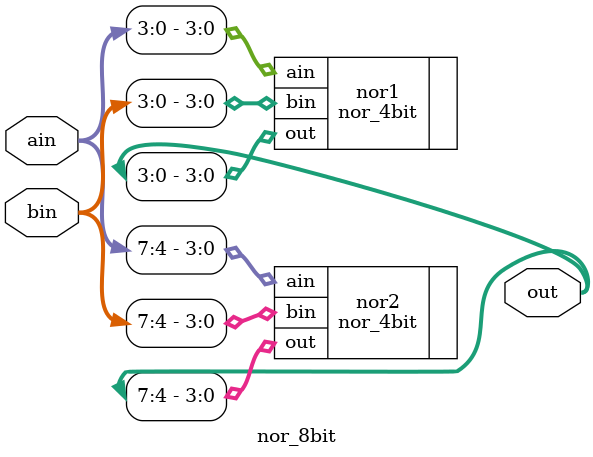
<source format=v>
module nor_8bit (
	output [7:0] out,
	input [7:0] ain,
	input [7:0] bin
);

	nor_4bit nor1 (
		.out(out[3:0]),
		.ain(ain[3:0]),
		.bin(bin[3:0])
	);
	
	nor_4bit nor2 (
		.out(out[7:4]),
		.ain(ain[7:4]),
		.bin(bin[7:4])
	);

endmodule

</source>
